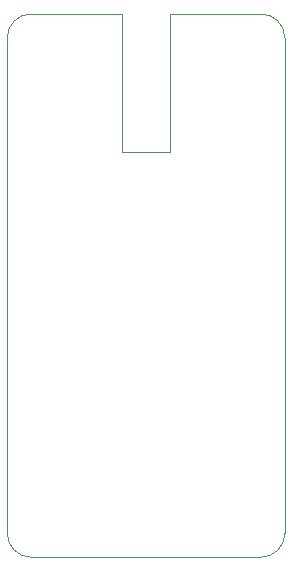
<source format=gbr>
G04 #@! TF.GenerationSoftware,KiCad,Pcbnew,(5.1.5-0-10_14)*
G04 #@! TF.CreationDate,2020-10-08T09:40:03+02:00*
G04 #@! TF.ProjectId,s1-popout-board,73312d70-6f70-46f7-9574-2d626f617264,2*
G04 #@! TF.SameCoordinates,Original*
G04 #@! TF.FileFunction,Profile,NP*
%FSLAX46Y46*%
G04 Gerber Fmt 4.6, Leading zero omitted, Abs format (unit mm)*
G04 Created by KiCad (PCBNEW (5.1.5-0-10_14)) date 2020-10-08 09:40:03*
%MOMM*%
%LPD*%
G04 APERTURE LIST*
%ADD10C,0.050000*%
G04 APERTURE END LIST*
D10*
X116700000Y-41950000D02*
G75*
G02X118700000Y-43950000I0J-2000000D01*
G01*
X95200000Y-43950000D02*
G75*
G02X97200000Y-41950000I2000000J0D01*
G01*
X97200000Y-87925000D02*
G75*
G02X95200000Y-85925000I0J2000000D01*
G01*
X118700000Y-85925000D02*
G75*
G02X116700000Y-87925000I-2000000J0D01*
G01*
X109000000Y-41950000D02*
X116700000Y-41950000D01*
X109000000Y-53650000D02*
X109000000Y-41950000D01*
X104900000Y-53650000D02*
X109000000Y-53650000D01*
X104900000Y-41950000D02*
X104900000Y-53650000D01*
X97200000Y-41950000D02*
X104900000Y-41950000D01*
X95200000Y-85925000D02*
X95200000Y-43950000D01*
X118700000Y-85925000D02*
X118700000Y-43950000D01*
X97200000Y-87925000D02*
X116700000Y-87925000D01*
M02*

</source>
